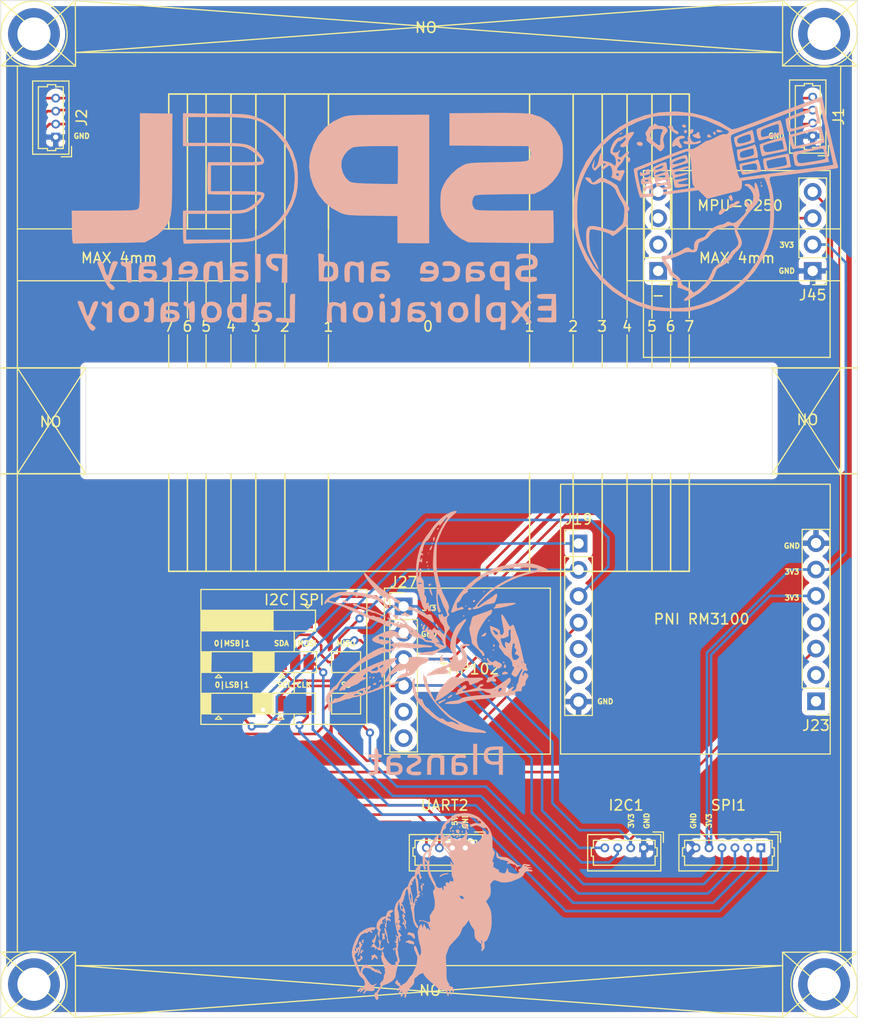
<source format=kicad_pcb>
(kicad_pcb (version 20171130) (host pcbnew "(5.1.2)-2")
  (layers (0 F.Cu signal) (31 B.Cu signal) (34 B.Paste user) (35 F.Paste user) (36 B.SilkS user) (37 F.SilkS user) (38 B.Mask user) (39 F.Mask user) (44 Edge.Cuts user))
  (net 0 "")
  (net 1 GND)
  (net 2 3V3)
  (net 3 5V)
  (net 4 23)
  (net 5 22)
  (net 6 21)
  (net 7 19)
  (net 8 18)
  (net 9 5)
  (net 10 17)
  (net 11 16)
  (net 12 RM1MISO)
  (net 13 RM1MOSI)
  (net 14 RM1CLK)
  (net 15 RM1SS)
  (net 16 "Net-(J19-Pad5)")
  (net 17 "Net-(J19-Pad6)")
  (net 18 "Net-(J23-Pad4)")
  (net 19 RM1EN)
  (net 20 "Net-(J23-Pad2)")
  (net 21 "Net-(J23-Pad1)")
  (net 22 "Net-(J27-Pad5)")
  (net 23 "Net-(J27-Pad6)")
  (module L86:extremofilo_mod2 (layer B.Cu) (at 77.3 119.9 180)
    (fp_text reference G*** hide)
    (fp_text value LOGO hide)
  )
  (module L86:plant3 (layer B.Cu) (at 77.2 97.4 180)
    (fp_text reference G*** hide)
    (fp_text value LOGO hide)
  )
  (module L86:SPEL_logo (layer B.Cu) (at 79.5 53.5 180)
    (fp_text reference G*** hide)
    (fp_text value LOGO hide)
  )
  (module Pin_Headers:Pin_Header_Straight_1x04_Pitch2.54mm (layer F.Cu) (at 99.1 59 180)
    (fp_text reference - (at 0 -2.33) (layer F.SilkS))
    (fp_text value Pin_Header_Straight_1x04_Pitch2.54mm)
    (pad 1 thru_hole rect (at 0 0 180) (size 1.7 1.7) (drill 1) (layers *.Cu *.Mask))
    (pad 2 thru_hole oval (at 0 2.54 180) (size 1.7 1.7) (drill 1) (layers *.Cu *.Mask))
    (pad 3 thru_hole oval (at 0 5.08 180) (size 1.7 1.7) (drill 1) (layers *.Cu *.Mask))
    (pad 4 thru_hole oval (at 0 7.62 180) (size 1.7 1.7) (drill 1) (layers *.Cu *.Mask))
  )
  (module Connectors:1pin (layer F.Cu) (at 38.9 36.175)
    (fp_text reference REF** hide)
    (fp_text value 1pin)
    (pad 1 thru_hole circle (at 0 0) (size 5 5) (drill 3.2) (layers *.Cu *.Mask))
  )
  (module Connectors:1pin (layer F.Cu) (at 115.1 127.75)
    (fp_text reference REF** hide)
    (fp_text value 1pin)
    (pad 1 thru_hole circle (at 0 0) (size 5 5) (drill 3.2) (layers *.Cu *.Mask))
  )
  (module Connectors:1pin (layer F.Cu) (at 115.1 36.15)
    (fp_text reference REF** hide)
    (fp_text value 1pin)
    (pad 1 thru_hole circle (at 0 0) (size 5 5) (drill 3.2) (layers *.Cu *.Mask))
  )
  (module Connectors:1pin (layer F.Cu) (at 38.9 127.75)
    (fp_text reference REF** hide)
    (fp_text value 1pin)
    (pad 1 thru_hole circle (at 0 0) (size 5 5) (drill 3.2) (layers *.Cu *.Mask))
  )
  (module Connectors_Molex:Molex_PicoBlade_53047-0410_04x1.25mm_Straight (layer F.Cu) (at 114 46 90)
    (fp_text reference J1 (at 1.875 2.5 90) (layer F.SilkS))
    (fp_text value Conn_01x04_Male)
    (pad 1 thru_hole rect (at 0 0 90) (size 0.85 0.85) (drill 0.5) (layers *.Cu *.Mask) (net 1 GND))
    (pad 2 thru_hole circle (at 1.25 0 90) (size 0.85 0.85) (drill 0.5) (layers *.Cu *.Mask) (net 3 5V))
    (pad 3 thru_hole circle (at 2.5 0 90) (size 0.85 0.85) (drill 0.5) (layers *.Cu *.Mask) (net 11 16))
    (pad 4 thru_hole circle (at 3.75 0 90) (size 0.85 0.85) (drill 0.5) (layers *.Cu *.Mask) (net 10 17))
  )
  (module Connectors_Molex:Molex_PicoBlade_53047-0410_04x1.25mm_Straight (layer F.Cu) (at 41 46.1 90)
    (fp_text reference J2 (at 1.875 2.5 90) (layer F.SilkS))
    (fp_text value Conn_01x04_Male)
    (pad 4 thru_hole circle (at 3.75 0 90) (size 0.85 0.85) (drill 0.5) (layers *.Cu *.Mask) (net 10 17))
    (pad 3 thru_hole circle (at 2.5 0 90) (size 0.85 0.85) (drill 0.5) (layers *.Cu *.Mask) (net 11 16))
    (pad 2 thru_hole circle (at 1.25 0 90) (size 0.85 0.85) (drill 0.5) (layers *.Cu *.Mask) (net 3 5V))
    (pad 1 thru_hole rect (at 0 0 90) (size 0.85 0.85) (drill 0.5) (layers *.Cu *.Mask) (net 1 GND))
  )
  (module Connectors_Molex:Molex_PicoBlade_53047-0410_04x1.25mm_Straight (layer F.Cu) (at 80.5 114.6 180)
    (fp_text reference UART2 (at 2 4.1) (layer F.SilkS))
    (fp_text value Conn_01x04_male)
    (pad 4 thru_hole circle (at 3.75 0 180) (size 0.85 0.85) (drill 0.5) (layers *.Cu *.Mask) (net 10 17))
    (pad 3 thru_hole circle (at 2.5 0 180) (size 0.85 0.85) (drill 0.5) (layers *.Cu *.Mask) (net 11 16))
    (pad 2 thru_hole circle (at 1.25 0 180) (size 0.85 0.85) (drill 0.5) (layers *.Cu *.Mask) (net 3 5V))
    (pad 1 thru_hole rect (at 0 0 180) (size 0.85 0.85) (drill 0.5) (layers *.Cu *.Mask) (net 1 GND))
  )
  (module Jumper:SolderJumper-2_P1.3mm_Open_Pad1.0x1.5mm (layer F.Cu) (at 69 96.7)
    (fp_text reference MISO (at 0 -1.8) (layer F.SilkS) (effects (font (size 0.5 0.5) (thickness 0.125))))
    (fp_text value Conn_01x02_Male)
    (pad 2 smd rect (at 0.65 0) (size 1 1.5) (layers F.Cu F.Mask) (net 7 19))
    (pad 1 smd rect (at -0.65 0) (size 1 1.5) (layers F.Cu F.Mask) (net 12 RM1MISO))
  )
  (module Jumper:SolderJumper-3_P1.3mm_Open_Pad1.0x1.5mm (layer F.Cu) (at 58 96.7)
    (fp_text reference 0|MSB|1 (at 0 -1.8) (layer F.SilkS) (effects (font (size 0.5 0.5) (thickness 0.125))))
    (fp_text value Conn_01x03_Male)
    (pad 1 smd rect (at -1.3 0) (size 1 1.5) (layers F.Cu F.Mask) (net 1 GND))
    (pad 2 smd rect (at 0 0) (size 1 1.5) (layers F.Cu F.Mask) (net 12 RM1MISO))
    (pad 3 smd rect (at 1.3 0) (size 1 1.5) (layers F.Cu F.Mask) (net 2 3V3))
  )
  (module Jumper:SolderJumper-3_P1.3mm_Open_Pad1.0x1.5mm (layer F.Cu) (at 64.1 96.7)
    (fp_text reference "SDA |MOSI" (at 0 -1.8) (layer F.SilkS) (effects (font (size 0.5 0.5) (thickness 0.125))))
    (fp_text value Conn_01x03_Male)
    (pad 1 smd rect (at -1.3 0) (size 1 1.5) (layers F.Cu F.Mask) (net 6 21))
    (pad 2 smd rect (at 0 0) (size 1 1.5) (layers F.Cu F.Mask) (net 13 RM1MOSI))
    (pad 3 smd rect (at 1.3 0) (size 1 1.5) (layers F.Cu F.Mask) (net 4 23))
  )
  (module Jumper:SolderJumper-3_P1.3mm_Open_Pad1.0x1.5mm (layer F.Cu) (at 64 100.7)
    (fp_text reference SCL|CLK (at 0 -1.8) (layer F.SilkS) (effects (font (size 0.5 0.5) (thickness 0.125))))
    (fp_text value Conn_01x03_Male)
    (pad 3 smd rect (at 1.3 0) (size 1 1.5) (layers F.Cu F.Mask) (net 8 18))
    (pad 2 smd rect (at 0 0) (size 1 1.5) (layers F.Cu F.Mask) (net 14 RM1CLK))
    (pad 1 smd rect (at -1.3 0) (size 1 1.5) (layers F.Cu F.Mask) (net 5 22))
  )
  (module Jumper:SolderJumper-2_P1.3mm_Open_Pad1.0x1.5mm (layer F.Cu) (at 69 100.7)
    (fp_text reference SS (at 0 -1.8) (layer F.SilkS) (effects (font (size 0.5 0.5) (thickness 0.125))))
    (fp_text value Conn_01x02_Male)
    (pad 2 smd rect (at 0.65 0) (size 1 1.5) (layers F.Cu F.Mask) (net 9 5))
    (pad 1 smd rect (at -0.65 0) (size 1 1.5) (layers F.Cu F.Mask) (net 15 RM1SS))
  )
  (module Pin_Headers:Pin_Header_Straight_1x07_Pitch2.54mm (layer F.Cu) (at 91.42 85.27)
    (fp_text reference J19 (at 0 -2.33) (layer F.SilkS))
    (fp_text value Conn_01x07_Female)
    (pad 1 thru_hole rect (at 0 0) (size 1.7 1.7) (drill 1) (layers *.Cu *.Mask) (net 14 RM1CLK))
    (pad 2 thru_hole oval (at 0 2.54) (size 1.7 1.7) (drill 1) (layers *.Cu *.Mask) (net 12 RM1MISO))
    (pad 3 thru_hole oval (at 0 5.08) (size 1.7 1.7) (drill 1) (layers *.Cu *.Mask) (net 13 RM1MOSI))
    (pad 4 thru_hole oval (at 0 7.62) (size 1.7 1.7) (drill 1) (layers *.Cu *.Mask) (net 15 RM1SS))
    (pad 5 thru_hole oval (at 0 10.16) (size 1.7 1.7) (drill 1) (layers *.Cu *.Mask) (net 16 "Net-(J19-Pad5)"))
    (pad 6 thru_hole oval (at 0 12.7) (size 1.7 1.7) (drill 1) (layers *.Cu *.Mask) (net 17 "Net-(J19-Pad6)"))
    (pad 7 thru_hole oval (at 0 15.24) (size 1.7 1.7) (drill 1) (layers *.Cu *.Mask) (net 1 GND))
  )
  (module Jumper:SolderJumper-3_P1.3mm_Open_Pad1.0x1.5mm (layer F.Cu) (at 58 100.7)
    (fp_text reference 0|LSB|1 (at 0 -1.8) (layer F.SilkS) (effects (font (size 0.5 0.5) (thickness 0.125))))
    (fp_text value Conn_01x03_Male)
    (pad 3 smd rect (at 1.3 0) (size 1 1.5) (layers F.Cu F.Mask) (net 2 3V3))
    (pad 2 smd rect (at 0 0) (size 1 1.5) (layers F.Cu F.Mask) (net 15 RM1SS))
    (pad 1 smd rect (at -1.3 0) (size 1 1.5) (layers F.Cu F.Mask) (net 1 GND))
  )
  (module Pin_Headers:Pin_Header_Straight_1x07_Pitch2.54mm (layer F.Cu) (at 114.32 100.48 180)
    (fp_text reference J23 (at 0 -2.33) (layer F.SilkS))
    (fp_text value Conn_01x07_Female)
    (pad 7 thru_hole oval (at 0 15.24 180) (size 1.7 1.7) (drill 1) (layers *.Cu *.Mask) (net 1 GND))
    (pad 6 thru_hole oval (at 0 12.7 180) (size 1.7 1.7) (drill 1) (layers *.Cu *.Mask) (net 2 3V3))
    (pad 5 thru_hole oval (at 0 10.16 180) (size 1.7 1.7) (drill 1) (layers *.Cu *.Mask) (net 2 3V3))
    (pad 4 thru_hole oval (at 0 7.62 180) (size 1.7 1.7) (drill 1) (layers *.Cu *.Mask) (net 18 "Net-(J23-Pad4)"))
    (pad 3 thru_hole oval (at 0 5.08 180) (size 1.7 1.7) (drill 1) (layers *.Cu *.Mask) (net 19 RM1EN))
    (pad 2 thru_hole oval (at 0 2.54 180) (size 1.7 1.7) (drill 1) (layers *.Cu *.Mask) (net 20 "Net-(J23-Pad2)"))
    (pad 1 thru_hole rect (at 0 0 180) (size 1.7 1.7) (drill 1) (layers *.Cu *.Mask) (net 21 "Net-(J23-Pad1)"))
  )
  (module Jumper:SolderJumper-3_P1.3mm_Open_Pad1.0x1.5mm (layer F.Cu) (at 64 92.7 180)
    (fp_text reference I2C|SPI (at 0 2) (layer F.SilkS))
    (fp_text value Conn_01x03_Male)
    (pad 3 smd rect (at 1.3 0 180) (size 1 1.5) (layers F.Cu F.Mask) (net 2 3V3))
    (pad 2 smd rect (at 0 0 180) (size 1 1.5) (layers F.Cu F.Mask) (net 19 RM1EN))
    (pad 1 smd rect (at -1.3 0 180) (size 1 1.5) (layers F.Cu F.Mask) (net 1 GND))
  )
  (module Pin_Headers:Pin_Header_Straight_1x06_Pitch2.54mm (layer F.Cu) (at 74.55 91.33)
    (fp_text reference J27 (at 0 -2.33) (layer F.SilkS))
    (fp_text value Conn_01x06_Female)
    (pad 1 thru_hole rect (at 0 0) (size 1.7 1.7) (drill 1) (layers *.Cu *.Mask) (net 2 3V3))
    (pad 2 thru_hole oval (at 0 2.54) (size 1.7 1.7) (drill 1) (layers *.Cu *.Mask) (net 1 GND))
    (pad 3 thru_hole oval (at 0 5.08) (size 1.7 1.7) (drill 1) (layers *.Cu *.Mask) (net 6 21))
    (pad 4 thru_hole oval (at 0 7.62) (size 1.7 1.7) (drill 1) (layers *.Cu *.Mask) (net 5 22))
    (pad 5 thru_hole oval (at 0 10.16) (size 1.7 1.7) (drill 1) (layers *.Cu *.Mask) (net 22 "Net-(J27-Pad5)"))
    (pad 6 thru_hole oval (at 0 12.7) (size 1.7 1.7) (drill 1) (layers *.Cu *.Mask) (net 23 "Net-(J27-Pad6)"))
  )
  (module Connectors_Molex:Molex_PicoBlade_53047-0610_06x1.25mm_Straight (layer F.Cu) (at 109 114.6 180)
    (fp_text reference SPI1 (at 3.125 4.1) (layer F.SilkS))
    (fp_text value Conn_01x06_Male)
    (pad 6 thru_hole circle (at 6.25 0 180) (size 0.85 0.85) (drill 0.5) (layers *.Cu *.Mask) (net 1 GND))
    (pad 5 thru_hole circle (at 5 0 180) (size 0.85 0.85) (drill 0.5) (layers *.Cu *.Mask) (net 2 3V3))
    (pad 4 thru_hole circle (at 3.75 0 180) (size 0.85 0.85) (drill 0.5) (layers *.Cu *.Mask) (net 9 5))
    (pad 3 thru_hole circle (at 2.5 0 180) (size 0.85 0.85) (drill 0.5) (layers *.Cu *.Mask) (net 4 23))
    (pad 2 thru_hole circle (at 1.25 0 180) (size 0.85 0.85) (drill 0.5) (layers *.Cu *.Mask) (net 7 19))
    (pad 1 thru_hole rect (at 0 0 180) (size 0.85 0.85) (drill 0.5) (layers *.Cu *.Mask) (net 8 18))
  )
  (module Connectors_Molex:Molex_PicoBlade_53047-0410_04x1.25mm_Straight (layer F.Cu) (at 97.7 114.6 180)
    (fp_text reference I2C1 (at 1.7 4.1) (layer F.SilkS))
    (fp_text value Conn_01x04_Male)
    (pad 1 thru_hole rect (at 0 0 180) (size 0.85 0.85) (drill 0.5) (layers *.Cu *.Mask) (net 1 GND))
    (pad 2 thru_hole circle (at 1.25 0 180) (size 0.85 0.85) (drill 0.5) (layers *.Cu *.Mask) (net 2 3V3))
    (pad 3 thru_hole circle (at 2.5 0 180) (size 0.85 0.85) (drill 0.5) (layers *.Cu *.Mask) (net 5 22))
    (pad 4 thru_hole circle (at 3.75 0 180) (size 0.85 0.85) (drill 0.5) (layers *.Cu *.Mask) (net 6 21))
  )
  (module Pin_Headers:Pin_Header_Straight_1x04_Pitch2.54mm (layer F.Cu) (at 114 59 180)
    (fp_text reference J45 (at 0 -2.33) (layer F.SilkS))
    (fp_text value Conn_01x04_Male)
    (pad 4 thru_hole oval (at 0 7.62 180) (size 1.7 1.7) (drill 1) (layers *.Cu *.Mask) (net 5 22))
    (pad 3 thru_hole oval (at 0 5.08 180) (size 1.7 1.7) (drill 1) (layers *.Cu *.Mask) (net 6 21))
    (pad 2 thru_hole oval (at 0 2.54 180) (size 1.7 1.7) (drill 1) (layers *.Cu *.Mask) (net 2 3V3))
    (pad 1 thru_hole rect (at 0 0 180) (size 1.7 1.7) (drill 1) (layers *.Cu *.Mask) (net 1 GND))
  )
  (gr_text "5V\n" (at 79.5 112 90) (layer F.SilkS) (effects (font (size 0.5 0.5) (thickness 0.125))))
  (gr_text 3V3 (at 111.5 56.5) (layer F.SilkS) (effects (font (size 0.5 0.5) (thickness 0.125))))
  (gr_text 3V3 (at 77 91.5) (layer F.SilkS) (effects (font (size 0.5 0.5) (thickness 0.125))))
  (gr_text 3V3 (at 112 90.5) (layer F.SilkS) (effects (font (size 0.5 0.5) (thickness 0.125))))
  (gr_text 3V3 (at 112 88) (layer F.SilkS) (effects (font (size 0.5 0.5) (thickness 0.125))))
  (gr_text 3V3 (at 104 112 90) (layer F.SilkS) (effects (font (size 0.5 0.5) (thickness 0.125))))
  (gr_text 3V3 (at 96.5 112 90) (layer F.SilkS) (effects (font (size 0.5 0.5) (thickness 0.125))))
  (gr_text GND (at 80.5 112 90) (layer F.SilkS) (effects (font (size 0.5 0.5) (thickness 0.125))))
  (gr_text GND (at 98 112 90) (layer F.SilkS) (effects (font (size 0.5 0.5) (thickness 0.125))))
  (gr_text GND (at 102.5 112 90) (layer F.SilkS) (effects (font (size 0.5 0.5) (thickness 0.125))))
  (gr_text GND (at 94 100.5) (layer F.SilkS) (effects (font (size 0.5 0.5) (thickness 0.125))))
  (gr_text GND (at 112 85.5) (layer F.SilkS) (effects (font (size 0.5 0.5) (thickness 0.125))))
  (gr_text GND (at 77 94) (layer F.SilkS) (effects (font (size 0.5 0.5) (thickness 0.125))))
  (gr_text GND (at 43.5 46) (layer F.SilkS) (effects (font (size 0.5 0.5) (thickness 0.125))))
  (gr_text GND (at 110.5 46) (layer F.SilkS) (effects (font (size 0.5 0.5) (thickness 0.125))))
  (gr_text GND (at 111.5 59) (layer F.SilkS) (effects (font (size 0.5 0.5) (thickness 0.125))))
  (gr_poly (pts (xy 61.95 93.7) (xy 55 93.7) (xy 55 91.7) (xy 61.95 91.7)) (layer F.SilkS) (width 0.1))
  (gr_poly (pts (xy 55.95 99.7) (xy 55 99.7) (xy 55 101.7) (xy 55.95 101.7)) (layer F.SilkS) (width 0.1))
  (gr_poly (pts (xy 56 95.7) (xy 55.95 95.7) (xy 55 95.7) (xy 55 97.7) (xy 55.95 97.7)) (layer F.SilkS) (width 0.1))
  (gr_poly (pts (xy 60.05 97.7) (xy 61.95 97.7) (xy 61.95 95.7) (xy 60.05 95.7)) (layer F.SilkS) (width 0.1))
  (gr_poly (pts (xy 60.05 101.7) (xy 61.95 101.7) (xy 61.95 99.7) (xy 60.05 99.7)) (layer F.SilkS) (width 0.1))
  (gr_line (start 55 102.7) (end 64 102.7) (layer F.SilkS) (width 0.12))
  (gr_line (start 55 89.7) (end 55 102.7) (layer F.SilkS) (width 0.12))
  (gr_line (start 64 89.7) (end 55 89.7) (layer F.SilkS) (width 0.12))
  (gr_line (start 64 91.7) (end 64 89.7) (layer F.SilkS) (width 0.12))
  (gr_line (start 64 99.7) (end 64 97.7) (layer F.SilkS) (width 0.12))
  (gr_line (start 64 95.7) (end 64 93.7) (layer F.SilkS) (width 0.12))
  (gr_line (start 64 102.7) (end 64 101.7) (layer F.SilkS) (width 0.12))
  (gr_line (start 71 102.7) (end 64 102.7) (layer F.SilkS) (width 0.12))
  (gr_line (start 71 89.7) (end 71 102.7) (layer F.SilkS) (width 0.12))
  (gr_line (start 64 89.7) (end 71 89.7) (layer F.SilkS) (width 0.12))
  (gr_text MPU-9250 (at 107 52.7) (layer F.SilkS) (effects (font (size 1 1))))
  (gr_line (start 97.68 67.33) (end 97.68 49.33) (layer F.SilkS) (width 0.12))
  (gr_line (start 115.68 67.33) (end 97.68 67.33) (layer F.SilkS) (width 0.12))
  (gr_line (start 115.68 49.33) (end 115.68 67.33) (layer F.SilkS) (width 0.12))
  (gr_line (start 97.68 49.33) (end 115.68 49.33) (layer F.SilkS) (width 0.12))
  (gr_text "TMP102\n" (at 80.9 97.37) (layer F.SilkS) (effects (font (size 1 1))))
  (gr_line (start 88.7 89.57) (end 88.7 105.57) (layer F.SilkS) (width 0.12))
  (gr_line (start 72.7 105.57) (end 88.7 105.57) (layer F.SilkS) (width 0.12))
  (gr_line (start 72.7 89.57) (end 88.7 89.57) (layer F.SilkS) (width 0.12))
  (gr_line (start 72.7 89.57) (end 72.7 105.57) (layer F.SilkS) (width 0.12))
  (gr_line (start 89.69 105.56) (end 115.69 105.56) (layer F.SilkS) (width 0.12))
  (gr_line (start 89.69 79.56) (end 89.69 105.56) (layer F.SilkS) (width 0.12))
  (gr_line (start 115.69 79.56) (end 115.69 105.56) (layer F.SilkS) (width 0.12))
  (gr_line (start 114.69 79.56) (end 115.69 79.56) (layer F.SilkS) (width 0.12))
  (gr_line (start 89.69 79.56) (end 114.69 79.56) (layer F.SilkS) (width 0.12))
  (gr_text "PNI RM3100\n" (at 103.29 92.56) (layer F.SilkS) (effects (font (size 1 1))))
  (gr_line (start 116.7 124.65) (end 116.7 39.25) (layer F.SilkS) (width 0.12))
  (gr_line (start 37.3 39.25) (end 37.3 124.65) (layer F.SilkS) (width 0.12))
  (gr_line (start 42.9 37.95) (end 111.1 37.95) (layer F.SilkS) (width 0.12))
  (gr_line (start 42.89 32.95) (end 111.1 37.95) (layer F.SilkS) (width 0.12))
  (gr_line (start 111.1 32.95) (end 42.91 37.95) (layer F.SilkS) (width 0.12))
  (gr_line (start 42.9 125.95) (end 111.11 125.95) (layer F.SilkS) (width 0.12))
  (gr_line (start 111.1 130.95) (end 42.9 125.95) (layer F.SilkS) (width 0.12))
  (gr_line (start 42.9 130.95) (end 111.11 125.95) (layer F.SilkS) (width 0.12))
  (gr_line (start 35.7 130.95) (end 42.9 124.65) (layer F.SilkS) (width 0.12))
  (gr_line (start 35.7 124.65) (end 42.9 130.95) (layer F.SilkS) (width 0.12))
  (gr_line (start 118.3 124.65) (end 111.1 130.95) (layer F.SilkS) (width 0.12))
  (gr_line (start 118.3 130.95) (end 111.1 124.66) (layer F.SilkS) (width 0.12))
  (gr_line (start 111.1 39.25) (end 111.1 32.95) (layer F.SilkS) (width 0.12))
  (gr_line (start 111.1 39.25) (end 118.3 39.25) (layer F.SilkS) (width 0.12))
  (gr_line (start 118.3 32.95) (end 111.1 39.25) (layer F.SilkS) (width 0.12))
  (gr_line (start 111.1 32.95) (end 118.3 39.25) (layer F.SilkS) (width 0.12))
  (gr_line (start 35.7 39.25) (end 42.91 39.26) (layer F.SilkS) (width 0.12))
  (gr_line (start 42.89 32.95) (end 42.91 39.26) (layer F.SilkS) (width 0.12))
  (gr_line (start 35.7 39.25) (end 42.89 32.95) (layer F.SilkS) (width 0.12))
  (gr_line (start 35.7 32.95) (end 42.91 39.26) (layer F.SilkS) (width 0.12))
  (gr_line (start 111.1 124.66) (end 118.3 124.65) (layer F.SilkS) (width 0.12))
  (gr_line (start 111.1 130.95) (end 111.1 124.66) (layer F.SilkS) (width 0.12))
  (gr_line (start 42.9 124.65) (end 42.9 130.95) (layer F.SilkS) (width 0.12))
  (gr_line (start 35.7 124.65) (end 42.9 124.65) (layer F.SilkS) (width 0.12))
  (gr_line (start 110.1 68.35) (end 110.1 78.55) (layer Edge.Cuts) (width 0.05))
  (gr_line (start 43.9 68.35) (end 110.1 68.35) (layer Edge.Cuts) (width 0.05))
  (gr_line (start 43.9 78.55) (end 43.9 68.35) (layer Edge.Cuts) (width 0.05))
  (gr_line (start 110.1 78.55) (end 43.9 78.55) (layer Edge.Cuts) (width 0.05))
  (gr_line (start 110.1 68.35) (end 116.7 78.55) (layer F.SilkS) (width 0.12))
  (gr_line (start 110.1 78.55) (end 116.7 68.35) (layer F.SilkS) (width 0.12))
  (gr_line (start 43.9 78.55) (end 37.3 68.35) (layer F.SilkS) (width 0.12))
  (gr_line (start 43.9 68.35) (end 37.3 78.55) (layer F.SilkS) (width 0.12))
  (gr_line (start 96.1 59.95) (end 116.7 59.95) (layer F.SilkS) (width 0.12))
  (gr_line (start 96.1 54.95) (end 116.7 54.95) (layer F.SilkS) (width 0.12))
  (gr_line (start 57.9 59.95) (end 37.3 59.95) (layer F.SilkS) (width 0.12))
  (gr_line (start 57.9 54.95) (end 37.3 54.95) (layer F.SilkS) (width 0.12))
  (gr_line (start 60.3 59.95) (end 60.3 54.95) (layer F.SilkS) (width 0.12))
  (gr_line (start 63.1 59.95) (end 63.1 54.95) (layer F.SilkS) (width 0.12))
  (gr_line (start 67.3 59.95) (end 67.3 54.95) (layer F.SilkS) (width 0.12))
  (gr_line (start 86.7 59.95) (end 86.7 54.95) (layer F.SilkS) (width 0.12))
  (gr_line (start 90.9 59.95) (end 90.9 54.95) (layer F.SilkS) (width 0.12))
  (gr_line (start 93.7 59.95) (end 93.7 54.95) (layer F.SilkS) (width 0.12))
  (gr_text 3 (at 93.7 64.35) (layer F.SilkS) (effects (font (size 1 1))))
  (gr_line (start 102.1 59.95) (end 102.1 63.55) (layer F.SilkS) (width 0.12))
  (gr_line (start 102.1 68.35) (end 102.1 65.15) (layer F.SilkS) (width 0.12))
  (gr_line (start 100.3 59.95) (end 100.3 63.55) (layer F.SilkS) (width 0.12))
  (gr_line (start 100.3 68.35) (end 100.3 65.15) (layer F.SilkS) (width 0.12))
  (gr_line (start 98.5 68.35) (end 98.5 65.15) (layer F.SilkS) (width 0.12))
  (gr_line (start 98.5 59.95) (end 98.5 63.55) (layer F.SilkS) (width 0.12))
  (gr_line (start 96.1 59.95) (end 96.1 63.55) (layer F.SilkS) (width 0.12))
  (gr_line (start 96.1 68.35) (end 96.1 65.15) (layer F.SilkS) (width 0.12))
  (gr_line (start 93.7 59.95) (end 93.7 63.55) (layer F.SilkS) (width 0.12))
  (gr_line (start 93.7 68.35) (end 93.7 65.15) (layer F.SilkS) (width 0.12))
  (gr_line (start 90.9 59.95) (end 90.9 63.55) (layer F.SilkS) (width 0.12))
  (gr_line (start 90.9 68.35) (end 90.9 65.15) (layer F.SilkS) (width 0.12))
  (gr_line (start 86.7 59.95) (end 86.7 63.55) (layer F.SilkS) (width 0.12))
  (gr_line (start 86.7 68.35) (end 86.7 65.15) (layer F.SilkS) (width 0.12))
  (gr_line (start 67.3 59.95) (end 67.3 63.55) (layer F.SilkS) (width 0.12))
  (gr_line (start 67.3 68.35) (end 67.3 65.15) (layer F.SilkS) (width 0.12))
  (gr_line (start 63.1 68.35) (end 63.1 65.15) (layer F.SilkS) (width 0.12))
  (gr_line (start 63.1 59.95) (end 63.1 63.55) (layer F.SilkS) (width 0.12))
  (gr_line (start 60.3 65.15) (end 60.3 68.35) (layer F.SilkS) (width 0.12))
  (gr_line (start 60.3 59.95) (end 60.3 63.55) (layer F.SilkS) (width 0.12))
  (gr_line (start 57.9 65.15) (end 57.9 68.35) (layer F.SilkS) (width 0.12))
  (gr_line (start 57.9 63.55) (end 57.9 59.95) (layer F.SilkS) (width 0.12))
  (gr_text 5 (at 55.5 64.35) (layer F.SilkS) (effects (font (size 1 1))))
  (gr_line (start 55.5 65.15) (end 55.5 68.35) (layer F.SilkS) (width 0.12))
  (gr_line (start 55.5 63.55) (end 55.5 59.95) (layer F.SilkS) (width 0.12))
  (gr_text 6 (at 53.7 64.35) (layer F.SilkS) (effects (font (size 1 1))))
  (gr_line (start 53.7 63.55) (end 53.7 59.95) (layer F.SilkS) (width 0.12))
  (gr_line (start 53.7 68.35) (end 53.7 65.15) (layer F.SilkS) (width 0.12))
  (gr_line (start 51.9 68.35) (end 51.9 65.15) (layer F.SilkS) (width 0.12))
  (gr_line (start 51.9 59.95) (end 51.9 63.55) (layer F.SilkS) (width 0.12))
  (gr_text 7 (at 51.9 64.35) (layer F.SilkS) (effects (font (size 1 1))))
  (gr_text 4 (at 57.9 64.35) (layer F.SilkS) (effects (font (size 1 1))))
  (gr_text 3 (at 60.3 64.35) (layer F.SilkS) (effects (font (size 1 1))))
  (gr_text 7 (at 102.1 64.35) (layer F.SilkS) (effects (font (size 1 1))))
  (gr_text 6 (at 100.3 64.35) (layer F.SilkS) (effects (font (size 1 1))))
  (gr_text 5 (at 98.5 64.35) (layer F.SilkS) (effects (font (size 1 1))))
  (gr_text 4 (at 96.1 64.35) (layer F.SilkS) (effects (font (size 1 1))))
  (gr_text 2 (at 63.1 64.35) (layer F.SilkS) (effects (font (size 1 1))))
  (gr_text 2 (at 90.9 64.35) (layer F.SilkS) (effects (font (size 1 1))))
  (gr_text 1 (at 67.3 64.35) (layer F.SilkS) (effects (font (size 1 1))))
  (gr_text 1 (at 86.7 64.35) (layer F.SilkS) (effects (font (size 1 1))))
  (gr_line (start 102.1 87.95) (end 51.9 87.95) (layer F.SilkS) (width 0.15))
  (gr_line (start 51.9 41.95) (end 102.1 41.95) (layer F.SilkS) (width 0.15))
  (gr_text 0 (at 76.9 64.35) (layer F.SilkS) (effects (font (size 1 1))))
  (gr_line (start 53.7 87.95) (end 53.7 78.55) (layer F.SilkS) (width 0.15))
  (gr_line (start 53.7 54.95) (end 53.7 41.95) (layer F.SilkS) (width 0.15))
  (gr_line (start 100.3 54.95) (end 100.3 41.95) (layer F.SilkS) (width 0.15))
  (gr_line (start 100.3 87.95) (end 100.3 78.55) (layer F.SilkS) (width 0.15))
  (gr_line (start 55.5 54.95) (end 55.5 41.95) (layer F.SilkS) (width 0.15))
  (gr_line (start 55.5 87.95) (end 55.5 78.55) (layer F.SilkS) (width 0.15))
  (gr_line (start 98.5 78.55) (end 98.5 87.95) (layer F.SilkS) (width 0.15))
  (gr_line (start 98.5 54.95) (end 98.5 41.95) (layer F.SilkS) (width 0.15))
  (gr_text "MAX 4mm\n" (at 47.1 57.75) (layer F.SilkS) (effects (font (size 1 1))))
  (gr_text "MAX 4mm\n" (at 106.7 57.75) (layer F.SilkS) (effects (font (size 1 1))))
  (gr_line (start 96.1 54.95) (end 96.1 59.95) (layer F.SilkS) (width 0.15))
  (gr_line (start 57.9 54.95) (end 57.9 59.95) (layer F.SilkS) (width 0.15))
  (gr_line (start 57.9 54.95) (end 57.9 41.95) (layer F.SilkS) (width 0.15))
  (gr_line (start 57.9 87.95) (end 57.9 78.55) (layer F.SilkS) (width 0.15))
  (gr_line (start 96.1 54.95) (end 96.1 41.95) (layer F.SilkS) (width 0.15))
  (gr_line (start 96.1 87.95) (end 96.1 78.55) (layer F.SilkS) (width 0.15))
  (gr_line (start 60.3 54.95) (end 60.3 41.95) (layer F.SilkS) (width 0.15))
  (gr_line (start 60.3 87.95) (end 60.3 78.55) (layer F.SilkS) (width 0.15))
  (gr_line (start 93.7 54.95) (end 93.7 41.95) (layer F.SilkS) (width 0.15))
  (gr_line (start 93.7 87.95) (end 93.7 78.55) (layer F.SilkS) (width 0.15))
  (gr_line (start 63.1 54.95) (end 63.1 41.95) (layer F.SilkS) (width 0.15))
  (gr_line (start 63.1 87.95) (end 63.1 78.55) (layer F.SilkS) (width 0.15))
  (gr_line (start 90.9 54.95) (end 90.9 41.95) (layer F.SilkS) (width 0.15))
  (gr_line (start 90.9 87.95) (end 90.9 78.55) (layer F.SilkS) (width 0.15))
  (gr_line (start 51.9 54.95) (end 51.9 41.95) (layer F.SilkS) (width 0.15))
  (gr_line (start 51.9 87.95) (end 51.9 78.55) (layer F.SilkS) (width 0.15))
  (gr_line (start 102.1 54.95) (end 102.1 41.95) (layer F.SilkS) (width 0.15))
  (gr_line (start 102.1 87.95) (end 102.1 78.55) (layer F.SilkS) (width 0.15))
  (gr_line (start 67.3 54.95) (end 67.3 41.95) (layer F.SilkS) (width 0.15))
  (gr_line (start 67.3 87.95) (end 67.3 78.55) (layer F.SilkS) (width 0.15))
  (gr_line (start 86.7 54.95) (end 86.7 41.95) (layer F.SilkS) (width 0.15))
  (gr_line (start 86.7 87.95) (end 86.7 78.55) (layer F.SilkS) (width 0.15))
  (gr_text NO (at 77.1 128.35) (layer F.SilkS) (effects (font (size 1 1))))
  (gr_text NO (at 113.5 73.35) (layer F.SilkS) (effects (font (size 1 1))))
  (gr_text NO (at 40.5 73.55) (layer F.SilkS) (effects (font (size 1 1))))
  (gr_text NO (at 76.7 35.55) (layer F.SilkS) (effects (font (size 1 1))))
  (gr_line (start 43.9 78.55) (end 35.7 78.55) (layer F.SilkS) (width 0.15))
  (gr_line (start 43.9 68.35) (end 35.7 68.35) (layer F.SilkS) (width 0.15))
  (gr_line (start 110.1 68.35) (end 118.3 68.35) (layer F.SilkS) (width 0.15))
  (gr_line (start 110.1 78.55) (end 118.3 78.55) (layer F.SilkS) (width 0.15))
  (gr_line (start 118.3 130.95) (end 35.7 130.95) (layer Edge.Cuts) (width 0.05))
  (gr_line (start 118.3 32.95) (end 118.3 130.95) (layer Edge.Cuts) (width 0.05))
  (gr_line (start 35.7 32.95) (end 35.7 130.95) (layer Edge.Cuts) (width 0.05))
  (gr_line (start 35.7 32.95) (end 118.3 32.95) (layer Edge.Cuts) (width 0.05))
  (segment (start 75.83 91.33) (end 74.55 91.33) (width 0.25) (layer B.Cu) (net 2))
  (segment (start 96.45 113.99896) (end 95.35104 112.9) (width 0.25) (layer B.Cu) (net 2))
  (segment (start 96.45 114.6) (end 96.45 113.99896) (width 0.25) (layer B.Cu) (net 2))
  (segment (start 91.5 112.9) (end 88.9 110.3) (width 0.25) (layer B.Cu) (net 2))
  (segment (start 95.35104 112.9) (end 91.5 112.9) (width 0.25) (layer B.Cu) (net 2))
  (segment (start 88.9 110.3) (end 88.9 104.4) (width 0.25) (layer B.Cu) (net 2))
  (segment (start 88.9 104.4) (end 75.83 91.33) (width 0.25) (layer B.Cu) (net 2))
  (segment (start 59.3 100.7) (end 59.3 96.7) (width 0.25) (layer F.Cu) (net 2))
  (segment (start 111.82 87.78) (end 114.32 87.78) (width 0.25) (layer B.Cu) (net 2))
  (segment (start 103.8 95.8) (end 111.82 87.78) (width 0.25) (layer B.Cu) (net 2))
  (segment (start 104 114.6) (end 103.8 114.4) (width 0.25) (layer B.Cu) (net 2))
  (segment (start 103.8 114.4) (end 103.8 95.8) (width 0.25) (layer B.Cu) (net 2))
  (segment (start 109.88 90.32) (end 114.32 90.32) (width 0.25) (layer B.Cu) (net 2))
  (segment (start 104.2 96) (end 109.88 90.32) (width 0.25) (layer B.Cu) (net 2))
  (segment (start 104 114.6) (end 104.2 114.4) (width 0.25) (layer B.Cu) (net 2))
  (segment (start 104.2 114.4) (end 104.2 96) (width 0.25) (layer B.Cu) (net 2))
  (segment (start 104 113.8) (end 104 114.6) (width 0.25) (layer F.Cu) (net 2))
  (segment (start 103 112.8) (end 104 113.8) (width 0.25) (layer F.Cu) (net 2))
  (segment (start 97.4 112.8) (end 103 112.8) (width 0.25) (layer F.Cu) (net 2))
  (segment (start 96.45 114.6) (end 96.45 113.75) (width 0.25) (layer F.Cu) (net 2))
  (segment (start 96.45 113.75) (end 97.4 112.8) (width 0.25) (layer F.Cu) (net 2))
  (segment (start 115.522081 87.78) (end 117.2 86.102081) (width 0.25) (layer B.Cu) (net 2))
  (segment (start 114.32 87.78) (end 115.522081 87.78) (width 0.25) (layer B.Cu) (net 2))
  (segment (start 117.2 86.102081) (end 117.2 58.2) (width 0.25) (layer B.Cu) (net 2))
  (segment (start 115.46 56.46) (end 114 56.46) (width 0.25) (layer B.Cu) (net 2))
  (segment (start 117.2 58.2) (end 115.46 56.46) (width 0.25) (layer B.Cu) (net 2))
  (segment (start 62.7 91.7) (end 64 90.4) (width 0.25) (layer F.Cu) (net 2))
  (segment (start 62.7 92.7) (end 62.7 91.7) (width 0.25) (layer F.Cu) (net 2))
  (segment (start 64 90.4) (end 71.9 90.4) (width 0.25) (layer F.Cu) (net 2))
  (segment (start 72.83 91.33) (end 74.55 91.33) (width 0.25) (layer F.Cu) (net 2))
  (segment (start 71.9 90.4) (end 72.83 91.33) (width 0.25) (layer F.Cu) (net 2))
  (segment (start 59.3 100.7) (end 59.3 101.7) (width 0.25) (layer F.Cu) (net 2))
  (via (at 59.9 102.9) (size 0.8) (drill 0.4) (layers F.Cu B.Cu) (net 2))
  (segment (start 59.3 101.7) (end 59.3 102.3) (width 0.25) (layer F.Cu) (net 2))
  (segment (start 59.3 102.3) (end 59.9 102.9) (width 0.25) (layer F.Cu) (net 2))
  (segment (start 73.45 91.33) (end 74.55 91.33) (width 0.25) (layer B.Cu) (net 2))
  (segment (start 61.273002 102.9) (end 62.325001 101.848001) (width 0.25) (layer B.Cu) (net 2))
  (segment (start 59.9 102.9) (end 61.273002 102.9) (width 0.25) (layer B.Cu) (net 2))
  (segment (start 62.325001 101.848001) (end 62.325001 100.074999) (width 0.25) (layer B.Cu) (net 2))
  (segment (start 62.325001 100.074999) (end 69 93.4) (width 0.25) (layer B.Cu) (net 2))
  (segment (start 69 93.4) (end 71.38 93.4) (width 0.25) (layer B.Cu) (net 2))
  (segment (start 71.38 93.4) (end 73.45 91.33) (width 0.25) (layer B.Cu) (net 2))
  (segment (start 113.9 44.85) (end 114 44.75) (width 0.25) (layer F.Cu) (net 3))
  (segment (start 41 44.85) (end 113.9 44.85) (width 0.25) (layer F.Cu) (net 3))
  (segment (start 79.25 113.25) (end 79.25 114.6) (width 0.25) (layer F.Cu) (net 3))
  (segment (start 76.5 110.5) (end 79.25 113.25) (width 0.25) (layer F.Cu) (net 3))
  (segment (start 56.3 110.5) (end 76.5 110.5) (width 0.25) (layer F.Cu) (net 3))
  (segment (start 48.8 103) (end 56.3 110.5) (width 0.25) (layer F.Cu) (net 3))
  (segment (start 40.39896 44.85) (end 39.7 45.54896) (width 0.25) (layer F.Cu) (net 3))
  (segment (start 41 44.85) (end 40.39896 44.85) (width 0.25) (layer F.Cu) (net 3))
  (segment (start 39.7 45.54896) (end 39.7 66.7) (width 0.25) (layer F.Cu) (net 3))
  (segment (start 48.8 85.9) (end 48.8 103) (width 0.25) (layer F.Cu) (net 3))
  (segment (start 39.7 66.7) (end 42.7 69.7) (width 0.25) (layer F.Cu) (net 3))
  (segment (start 42.7 69.7) (end 42.7 79.8) (width 0.25) (layer F.Cu) (net 3))
  (segment (start 42.7 79.8) (end 48.8 85.9) (width 0.25) (layer F.Cu) (net 3))
  (segment (start 106.5 114.6) (end 106.5 115.73641) (width 0.25) (layer B.Cu) (net 4))
  (segment (start 106.5 115.73641) (end 106.5 116.4) (width 0.25) (layer B.Cu) (net 4))
  (segment (start 106.5 116.4) (end 103.9 119) (width 0.25) (layer B.Cu) (net 4))
  (segment (start 103.9 119) (end 91.4 119) (width 0.25) (layer B.Cu) (net 4))
  (segment (start 91.4 119) (end 82 109.6) (width 0.25) (layer B.Cu) (net 4))
  (segment (start 82 109.6) (end 73.5 109.6) (width 0.25) (layer B.Cu) (net 4))
  (via (at 66.8 97.7) (size 0.8) (drill 0.4) (layers F.Cu B.Cu) (net 4))
  (segment (start 73.5 109.6) (end 66.8 102.9) (width 0.25) (layer B.Cu) (net 4))
  (segment (start 66.8 102.9) (end 66.8 97.7) (width 0.25) (layer B.Cu) (net 4))
  (segment (start 65.8 96.7) (end 65.4 96.7) (width 0.25) (layer F.Cu) (net 4))
  (segment (start 66.8 97.7) (end 65.8 96.7) (width 0.25) (layer F.Cu) (net 4))
  (segment (start 95.2 115.20104) (end 94.40104 116) (width 0.25) (layer B.Cu) (net 5))
  (segment (start 95.2 114.6) (end 95.2 115.20104) (width 0.25) (layer B.Cu) (net 5))
  (segment (start 94.40104 116) (end 91.7 116) (width 0.25) (layer B.Cu) (net 5))
  (segment (start 91.7 116) (end 86.9 111.2) (width 0.25) (layer B.Cu) (net 5))
  (segment (start 86.9 111.2) (end 86.9 106) (width 0.25) (layer B.Cu) (net 5))
  (segment (start 79.85 98.95) (end 74.55 98.95) (width 0.25) (layer B.Cu) (net 5))
  (segment (start 86.9 106) (end 79.85 98.95) (width 0.25) (layer B.Cu) (net 5))
  (segment (start 78.85 98.95) (end 74.55 98.95) (width 0.25) (layer F.Cu) (net 5))
  (segment (start 116.6 53.98) (end 116.6 77.8) (width 0.25) (layer F.Cu) (net 5))
  (segment (start 114 51.38) (end 116.6 53.98) (width 0.25) (layer F.Cu) (net 5))
  (segment (start 84 93.8) (end 78.85 98.95) (width 0.25) (layer F.Cu) (net 5))
  (segment (start 116.6 77.8) (end 112 82.4) (width 0.25) (layer F.Cu) (net 5))
  (segment (start 112 82.4) (end 90.2 82.4) (width 0.25) (layer F.Cu) (net 5))
  (segment (start 90.2 82.4) (end 84 88.6) (width 0.25) (layer F.Cu) (net 5))
  (segment (start 84 88.6) (end 84 93.8) (width 0.25) (layer F.Cu) (net 5))
  (segment (start 62.7 99.9) (end 62.7 100.7) (width 0.25) (layer F.Cu) (net 5))
  (segment (start 63.6 99) (end 62.7 99.9) (width 0.25) (layer F.Cu) (net 5))
  (segment (start 74.55 98.95) (end 74.5 99) (width 0.25) (layer F.Cu) (net 5))
  (segment (start 74.5 99) (end 63.6 99) (width 0.25) (layer F.Cu) (net 5))
  (segment (start 74.55 96.41) (end 78.81 96.41) (width 0.25) (layer B.Cu) (net 6))
  (segment (start 78.81 96.41) (end 87.9 105.5) (width 0.25) (layer B.Cu) (net 6))
  (segment (start 87.9 105.5) (end 87.9 111) (width 0.25) (layer B.Cu) (net 6))
  (segment (start 91.5 114.6) (end 93.95 114.6) (width 0.25) (layer B.Cu) (net 6))
  (segment (start 87.9 111) (end 91.5 114.6) (width 0.25) (layer B.Cu) (net 6))
  (segment (start 110.8 55.8) (end 112.68 53.92) (width 0.25) (layer F.Cu) (net 6))
  (segment (start 112.68 53.92) (end 114 53.92) (width 0.25) (layer F.Cu) (net 6))
  (segment (start 113 65.4) (end 110.8 63.2) (width 0.25) (layer F.Cu) (net 6))
  (segment (start 113 78.6) (end 113 65.4) (width 0.25) (layer F.Cu) (net 6))
  (segment (start 110.8 63.2) (end 110.8 55.8) (width 0.25) (layer F.Cu) (net 6))
  (segment (start 79.19 96.41) (end 82.6 93) (width 0.25) (layer F.Cu) (net 6))
  (segment (start 74.55 96.41) (end 79.19 96.41) (width 0.25) (layer F.Cu) (net 6))
  (segment (start 82.6 93) (end 82.6 87.6) (width 0.25) (layer F.Cu) (net 6))
  (segment (start 82.6 87.6) (end 89.8 80.4) (width 0.25) (layer F.Cu) (net 6))
  (segment (start 89.8 80.4) (end 111.2 80.4) (width 0.25) (layer F.Cu) (net 6))
  (segment (start 111.2 80.4) (end 113 78.6) (width 0.25) (layer F.Cu) (net 6))
  (segment (start 62.8 97.5) (end 62.8 96.7) (width 0.25) (layer F.Cu) (net 6))
  (segment (start 63.8 98.5) (end 62.8 97.5) (width 0.25) (layer F.Cu) (net 6))
  (segment (start 72.5 98.5) (end 63.8 98.5) (width 0.25) (layer F.Cu) (net 6))
  (segment (start 74.55 96.41) (end 74.55 96.45) (width 0.25) (layer F.Cu) (net 6))
  (segment (start 74.55 96.45) (end 72.5 98.5) (width 0.25) (layer F.Cu) (net 6))
  (via (at 69.8 94.6) (size 0.8) (drill 0.4) (layers F.Cu B.Cu) (net 7))
  (segment (start 70.6 96.7) (end 69.65 96.7) (width 0.25) (layer F.Cu) (net 7))
  (segment (start 70.9 96.4) (end 70.6 96.7) (width 0.25) (layer F.Cu) (net 7))
  (segment (start 70.9 95.1) (end 70.9 96.4) (width 0.25) (layer F.Cu) (net 7))
  (segment (start 69.8 94.6) (end 70.4 94.6) (width 0.25) (layer F.Cu) (net 7))
  (segment (start 70.4 94.6) (end 70.9 95.1) (width 0.25) (layer F.Cu) (net 7))
  (segment (start 65.8 103.2) (end 65.8 97.626998) (width 0.25) (layer B.Cu) (net 7))
  (segment (start 65.8 97.626998) (end 68.826998 94.6) (width 0.25) (layer B.Cu) (net 7))
  (segment (start 107.75 116.55) (end 104.4 119.9) (width 0.25) (layer B.Cu) (net 7))
  (segment (start 107.75 114.6) (end 107.75 116.55) (width 0.25) (layer B.Cu) (net 7))
  (segment (start 104.4 119.9) (end 90.9 119.9) (width 0.25) (layer B.Cu) (net 7))
  (segment (start 90.9 119.9) (end 81.5 110.5) (width 0.25) (layer B.Cu) (net 7))
  (segment (start 81.5 110.5) (end 73.1 110.5) (width 0.25) (layer B.Cu) (net 7))
  (segment (start 68.826998 94.6) (end 69.8 94.6) (width 0.25) (layer B.Cu) (net 7))
  (segment (start 73.1 110.5) (end 65.8 103.2) (width 0.25) (layer B.Cu) (net 7))
  (via (at 64.5 102.8) (size 0.8) (drill 0.4) (layers F.Cu B.Cu) (net 8))
  (segment (start 64.899999 102.400001) (end 64.5 102.8) (width 0.25) (layer F.Cu) (net 8))
  (segment (start 65.3 102) (end 64.899999 102.400001) (width 0.25) (layer F.Cu) (net 8))
  (segment (start 65.3 100.7) (end 65.3 102) (width 0.25) (layer F.Cu) (net 8))
  (segment (start 64.5 103.4) (end 64.5 102.8) (width 0.25) (layer B.Cu) (net 8))
  (segment (start 109 116.7) (end 105 120.7) (width 0.25) (layer B.Cu) (net 8))
  (segment (start 109 114.6) (end 109 116.7) (width 0.25) (layer B.Cu) (net 8))
  (segment (start 105 120.7) (end 90.2 120.7) (width 0.25) (layer B.Cu) (net 8))
  (segment (start 90.2 120.7) (end 80.9 111.4) (width 0.25) (layer B.Cu) (net 8))
  (segment (start 80.9 111.4) (end 72.5 111.4) (width 0.25) (layer B.Cu) (net 8))
  (segment (start 72.5 111.4) (end 64.5 103.4) (width 0.25) (layer B.Cu) (net 8))
  (via (at 71.3 103.5) (size 0.8) (drill 0.4) (layers F.Cu B.Cu) (net 9))
  (segment (start 69.65 100.7) (end 69.65 101.85) (width 0.25) (layer F.Cu) (net 9))
  (segment (start 69.65 101.85) (end 71.3 103.5) (width 0.25) (layer F.Cu) (net 9))
  (segment (start 105.25 116.35) (end 105.25 114.6) (width 0.25) (layer B.Cu) (net 9))
  (segment (start 71.3 106.1) (end 73.9 108.7) (width 0.25) (layer B.Cu) (net 9))
  (segment (start 71.3 103.5) (end 71.3 106.1) (width 0.25) (layer B.Cu) (net 9))
  (segment (start 73.9 108.7) (end 82.5 108.7) (width 0.25) (layer B.Cu) (net 9))
  (segment (start 82.5 108.7) (end 91.9 118.1) (width 0.25) (layer B.Cu) (net 9))
  (segment (start 91.9 118.1) (end 103.5 118.1) (width 0.25) (layer B.Cu) (net 9))
  (segment (start 103.5 118.1) (end 105.25 116.35) (width 0.25) (layer B.Cu) (net 9))
  (segment (start 113.9 42.35) (end 114 42.25) (width 0.25) (layer F.Cu) (net 10))
  (segment (start 41 42.35) (end 113.9 42.35) (width 0.25) (layer F.Cu) (net 10))
  (segment (start 76.75 113.65) (end 76.75 114.6) (width 0.25) (layer F.Cu) (net 10))
  (segment (start 54.2 112.1) (end 75.2 112.1) (width 0.25) (layer F.Cu) (net 10))
  (segment (start 47.1 86.7) (end 47.1 105) (width 0.25) (layer F.Cu) (net 10))
  (segment (start 47.1 105) (end 54.2 112.1) (width 0.25) (layer F.Cu) (net 10))
  (segment (start 39.85 42.35) (end 38.2 44) (width 0.25) (layer F.Cu) (net 10))
  (segment (start 41 42.35) (end 39.85 42.35) (width 0.25) (layer F.Cu) (net 10))
  (segment (start 38.2 44) (end 38.2 67.4) (width 0.25) (layer F.Cu) (net 10))
  (segment (start 38.2 67.4) (end 41.2 70.4) (width 0.25) (layer F.Cu) (net 10))
  (segment (start 75.2 112.1) (end 76.75 113.65) (width 0.25) (layer F.Cu) (net 10))
  (segment (start 41.2 70.4) (end 41.2 80.8) (width 0.25) (layer F.Cu) (net 10))
  (segment (start 41.2 80.8) (end 47.1 86.7) (width 0.25) (layer F.Cu) (net 10))
  (segment (start 41.1 43.5) (end 41 43.6) (width 0.25) (layer F.Cu) (net 11))
  (segment (start 114 43.5) (end 41.1 43.5) (width 0.25) (layer F.Cu) (net 11))
  (segment (start 39 44.8) (end 40.2 43.6) (width 0.25) (layer F.Cu) (net 11))
  (segment (start 39 67) (end 39 44.8) (width 0.25) (layer F.Cu) (net 11))
  (segment (start 42 80.3) (end 42 70) (width 0.25) (layer F.Cu) (net 11))
  (segment (start 78 113.5) (end 75.9 111.4) (width 0.25) (layer F.Cu) (net 11))
  (segment (start 78 114.6) (end 78 113.5) (width 0.25) (layer F.Cu) (net 11))
  (segment (start 42 70) (end 39 67) (width 0.25) (layer F.Cu) (net 11))
  (segment (start 55.4 111.4) (end 48 104) (width 0.25) (layer F.Cu) (net 11))
  (segment (start 40.2 43.6) (end 41 43.6) (width 0.25) (layer F.Cu) (net 11))
  (segment (start 48 104) (end 48 86.3) (width 0.25) (layer F.Cu) (net 11))
  (segment (start 75.9 111.4) (end 55.4 111.4) (width 0.25) (layer F.Cu) (net 11))
  (segment (start 48 86.3) (end 42 80.3) (width 0.25) (layer F.Cu) (net 11))
  (segment (start 74.990002 87.81) (end 70.699999 92.100003) (width 0.25) (layer B.Cu) (net 12))
  (segment (start 70.699999 92.100003) (end 70.3 92.500002) (width 0.25) (layer B.Cu) (net 12))
  (segment (start 91.42 87.81) (end 74.990002 87.81) (width 0.25) (layer B.Cu) (net 12))
  (segment (start 69.900001 92.900001) (end 70.3 92.500002) (width 0.25) (layer F.Cu) (net 12))
  (segment (start 68.35 96.7) (end 68.35 94.450002) (width 0.25) (layer F.Cu) (net 12))
  (via (at 70.3 92.500002) (size 0.8) (drill 0.4) (layers F.Cu B.Cu) (net 12))
  (segment (start 68.35 94.450002) (end 69.900001 92.900001) (width 0.25) (layer F.Cu) (net 12))
  (segment (start 58 95.7) (end 58 96.7) (width 0.25) (layer F.Cu) (net 12))
  (segment (start 58.7 95) (end 58 95.7) (width 0.25) (layer F.Cu) (net 12))
  (segment (start 63.5 95) (end 58.7 95) (width 0.25) (layer F.Cu) (net 12))
  (segment (start 67.3 96.7) (end 66.6 96) (width 0.25) (layer F.Cu) (net 12))
  (segment (start 68.35 96.7) (end 67.3 96.7) (width 0.25) (layer F.Cu) (net 12))
  (segment (start 66.6 96) (end 66.6 95.1) (width 0.25) (layer F.Cu) (net 12))
  (segment (start 66.6 95.1) (end 65.574998 94.074998) (width 0.25) (layer F.Cu) (net 12))
  (segment (start 65.574998 94.074998) (end 64.425002 94.074998) (width 0.25) (layer F.Cu) (net 12))
  (segment (start 64.425002 94.074998) (end 63.5 95) (width 0.25) (layer F.Cu) (net 12))
  (segment (start 64.1 95.699999) (end 64.600001 95.199998) (width 0.25) (layer F.Cu) (net 13))
  (segment (start 64.600001 95.199998) (end 65 94.799999) (width 0.25) (layer F.Cu) (net 13))
  (segment (start 91.42 90.35) (end 94.3 87.47) (width 0.25) (layer B.Cu) (net 13))
  (segment (start 94.3 87.47) (end 94.3 84.7) (width 0.25) (layer B.Cu) (net 13))
  (segment (start 65.399999 94.4) (end 65 94.799999) (width 0.25) (layer B.Cu) (net 13))
  (segment (start 92.6 83) (end 76.799999 83) (width 0.25) (layer B.Cu) (net 13))
  (segment (start 64.1 96.7) (end 64.1 95.699999) (width 0.25) (layer F.Cu) (net 13))
  (segment (start 76.799999 83) (end 65.399999 94.4) (width 0.25) (layer B.Cu) (net 13))
  (via (at 65 94.799999) (size 0.8) (drill 0.4) (layers F.Cu B.Cu) (net 13))
  (segment (start 94.3 84.7) (end 92.6 83) (width 0.25) (layer B.Cu) (net 13))
  (segment (start 64 100.7) (end 64 101.7) (width 0.25) (layer F.Cu) (net 14))
  (via (at 60.999999 101.300001) (size 0.8) (drill 0.4) (layers F.Cu B.Cu) (net 14))
  (segment (start 61.899998 102.2) (end 61.399998 101.7) (width 0.25) (layer F.Cu) (net 14))
  (segment (start 63.5 102.2) (end 61.899998 102.2) (width 0.25) (layer F.Cu) (net 14))
  (segment (start 61.399998 101.7) (end 60.999999 101.300001) (width 0.25) (layer F.Cu) (net 14))
  (segment (start 64 101.7) (end 63.5 102.2) (width 0.25) (layer F.Cu) (net 14))
  (segment (start 60.999999 100.317158) (end 60.999999 101.300001) (width 0.25) (layer B.Cu) (net 14))
  (segment (start 91.42 85.27) (end 76.047157 85.27) (width 0.25) (layer B.Cu) (net 14))
  (segment (start 76.047157 85.27) (end 60.999999 100.317158) (width 0.25) (layer B.Cu) (net 14))
  (segment (start 58 102.6) (end 58 100.7) (width 0.25) (layer F.Cu) (net 15))
  (segment (start 67.4 100.7) (end 66.8 101.3) (width 0.25) (layer F.Cu) (net 15))
  (segment (start 68.35 100.7) (end 67.4 100.7) (width 0.25) (layer F.Cu) (net 15))
  (segment (start 66.8 101.3) (end 66.8 102.9) (width 0.25) (layer F.Cu) (net 15))
  (segment (start 66.074999 103.625001) (end 59.025001 103.625001) (width 0.25) (layer F.Cu) (net 15))
  (segment (start 66.8 102.9) (end 66.074999 103.625001) (width 0.25) (layer F.Cu) (net 15))
  (segment (start 59.025001 103.625001) (end 58 102.6) (width 0.25) (layer F.Cu) (net 15))
  (segment (start 68.35 103.55) (end 68.35 100.7) (width 0.25) (layer F.Cu) (net 15))
  (segment (start 71 106.2) (end 68.35 103.55) (width 0.25) (layer F.Cu) (net 15))
  (segment (start 78.3 106.2) (end 71 106.2) (width 0.25) (layer F.Cu) (net 15))
  (segment (start 91.42 92.89) (end 91.42 93.08) (width 0.25) (layer F.Cu) (net 15))
  (segment (start 91.42 93.08) (end 78.3 106.2) (width 0.25) (layer F.Cu) (net 15))
  (segment (start 56.550011 94.349989) (end 54.7 96.2) (width 0.25) (layer F.Cu) (net 19))
  (segment (start 54.7 96.2) (end 54.7 101.6) (width 0.25) (layer F.Cu) (net 19))
  (segment (start 64 92.7) (end 64 93.7) (width 0.25) (layer F.Cu) (net 19))
  (segment (start 54.7 101.6) (end 60.4 107.3) (width 0.25) (layer F.Cu) (net 19))
  (segment (start 102.42 107.3) (end 113.470001 96.249999) (width 0.25) (layer F.Cu) (net 19))
  (segment (start 113.470001 96.249999) (end 114.32 95.4) (width 0.25) (layer F.Cu) (net 19))
  (segment (start 63.350011 94.349989) (end 56.550011 94.349989) (width 0.25) (layer F.Cu) (net 19))
  (segment (start 60.4 107.3) (end 102.42 107.3) (width 0.25) (layer F.Cu) (net 19))
  (segment (start 64 93.7) (end 63.350011 94.349989) (width 0.25) (layer F.Cu) (net 19))
  (zone (net 1) (net_name GND) (layer F.Cu) (connect_pads (clearance 0.508)) (min_thickness 0.254) (fill yes (arc_segments 32) (thermal_gap 0.508) (thermal_bridge_width 0.508))
    (polygon (pts (xy 35.7 130.95) (xy 118.3 130.95) (xy 118.3 32.95) (xy 35.7 32.95)))
  )
  (zone (net 1) (net_name GND) (layer B.Cu) (connect_pads (clearance 0.508)) (min_thickness 0.254) (fill yes (arc_segments 32) (thermal_gap 0.508) (thermal_bridge_width 0.508))
    (polygon (pts (xy 35.7 32.95) (xy 118.3 32.95) (xy 118.3 130.95) (xy 35.7 130.95)))
  )
)
</source>
